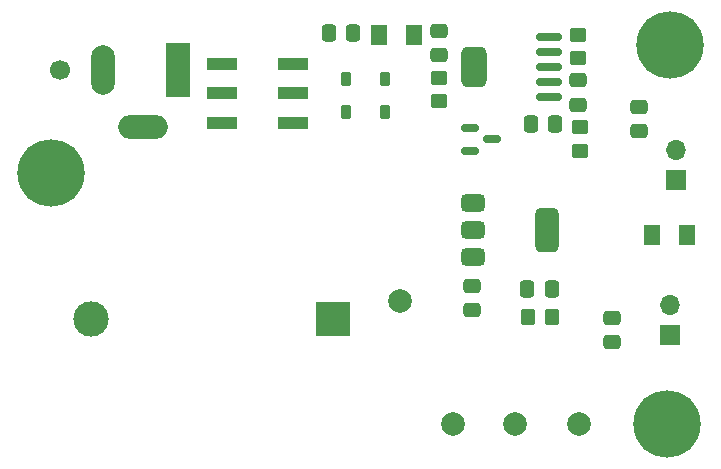
<source format=gbr>
%TF.GenerationSoftware,KiCad,Pcbnew,7.0.11-7.0.11~ubuntu22.04.1*%
%TF.CreationDate,2024-09-07T09:13:54-07:00*%
%TF.ProjectId,battery_pwr_brd_r3,62617474-6572-4795-9f70-77725f627264,rev?*%
%TF.SameCoordinates,Original*%
%TF.FileFunction,Soldermask,Top*%
%TF.FilePolarity,Negative*%
%FSLAX46Y46*%
G04 Gerber Fmt 4.6, Leading zero omitted, Abs format (unit mm)*
G04 Created by KiCad (PCBNEW 7.0.11-7.0.11~ubuntu22.04.1) date 2024-09-07 09:13:54*
%MOMM*%
%LPD*%
G01*
G04 APERTURE LIST*
G04 Aperture macros list*
%AMRoundRect*
0 Rectangle with rounded corners*
0 $1 Rounding radius*
0 $2 $3 $4 $5 $6 $7 $8 $9 X,Y pos of 4 corners*
0 Add a 4 corners polygon primitive as box body*
4,1,4,$2,$3,$4,$5,$6,$7,$8,$9,$2,$3,0*
0 Add four circle primitives for the rounded corners*
1,1,$1+$1,$2,$3*
1,1,$1+$1,$4,$5*
1,1,$1+$1,$6,$7*
1,1,$1+$1,$8,$9*
0 Add four rect primitives between the rounded corners*
20,1,$1+$1,$2,$3,$4,$5,0*
20,1,$1+$1,$4,$5,$6,$7,0*
20,1,$1+$1,$6,$7,$8,$9,0*
20,1,$1+$1,$8,$9,$2,$3,0*%
G04 Aperture macros list end*
%ADD10RoundRect,0.225000X0.225000X0.375000X-0.225000X0.375000X-0.225000X-0.375000X0.225000X-0.375000X0*%
%ADD11RoundRect,0.250001X-0.462499X-0.624999X0.462499X-0.624999X0.462499X0.624999X-0.462499X0.624999X0*%
%ADD12C,2.000000*%
%ADD13RoundRect,0.250000X-0.337500X-0.475000X0.337500X-0.475000X0.337500X0.475000X-0.337500X0.475000X0*%
%ADD14C,1.700000*%
%ADD15R,2.000000X4.600000*%
%ADD16O,2.000000X4.200000*%
%ADD17O,4.200000X2.000000*%
%ADD18R,1.700000X1.700000*%
%ADD19O,1.700000X1.700000*%
%ADD20R,2.500000X1.000000*%
%ADD21RoundRect,0.250000X0.475000X-0.337500X0.475000X0.337500X-0.475000X0.337500X-0.475000X-0.337500X0*%
%ADD22RoundRect,0.150000X-0.587500X-0.150000X0.587500X-0.150000X0.587500X0.150000X-0.587500X0.150000X0*%
%ADD23RoundRect,0.250000X0.450000X-0.350000X0.450000X0.350000X-0.450000X0.350000X-0.450000X-0.350000X0*%
%ADD24C,3.600000*%
%ADD25C,5.700000*%
%ADD26RoundRect,0.250000X-0.450000X0.350000X-0.450000X-0.350000X0.450000X-0.350000X0.450000X0.350000X0*%
%ADD27RoundRect,0.250000X-0.350000X-0.450000X0.350000X-0.450000X0.350000X0.450000X-0.350000X0.450000X0*%
%ADD28RoundRect,0.250001X0.462499X0.624999X-0.462499X0.624999X-0.462499X-0.624999X0.462499X-0.624999X0*%
%ADD29RoundRect,0.250000X-0.475000X0.337500X-0.475000X-0.337500X0.475000X-0.337500X0.475000X0.337500X0*%
%ADD30RoundRect,0.375000X-0.625000X-0.375000X0.625000X-0.375000X0.625000X0.375000X-0.625000X0.375000X0*%
%ADD31RoundRect,0.500000X-0.500000X-1.400000X0.500000X-1.400000X0.500000X1.400000X-0.500000X1.400000X0*%
%ADD32R,3.000000X3.000000*%
%ADD33C,3.000000*%
%ADD34RoundRect,0.150000X0.950000X0.150000X-0.950000X0.150000X-0.950000X-0.150000X0.950000X-0.150000X0*%
%ADD35RoundRect,0.537500X0.537500X1.187500X-0.537500X1.187500X-0.537500X-1.187500X0.537500X-1.187500X0*%
G04 APERTURE END LIST*
D10*
%TO.C,D4*%
X104722100Y-91806300D03*
X101422100Y-91806300D03*
%TD*%
%TO.C,D2*%
X104722100Y-94606300D03*
X101422100Y-94606300D03*
%TD*%
D11*
%TO.C,D1*%
X127334600Y-105006300D03*
X130309600Y-105006300D03*
%TD*%
D12*
%TO.C,GND1*%
X106019600Y-110566200D03*
%TD*%
D13*
%TO.C,C5*%
X116811750Y-109587550D03*
X118886750Y-109587550D03*
%TD*%
D14*
%TO.C,J1*%
X77189300Y-91083100D03*
D15*
X87189300Y-91083100D03*
D16*
X80889300Y-91083100D03*
D17*
X84289300Y-95883100D03*
%TD*%
D18*
%TO.C,J2*%
X129376500Y-100380800D03*
D19*
X129376500Y-97840800D03*
%TD*%
D20*
%TO.C,SW1*%
X90954600Y-95514800D03*
X90954600Y-93014800D03*
X90954600Y-90514800D03*
X96954600Y-95514800D03*
X96954600Y-93014800D03*
X96954600Y-90514800D03*
%TD*%
D21*
%TO.C,C3*%
X121107200Y-93976100D03*
X121107200Y-91901100D03*
%TD*%
%TO.C,C4*%
X112083450Y-111387050D03*
X112083450Y-109312050D03*
%TD*%
D12*
%TO.C,3V3*%
X115747800Y-121031000D03*
%TD*%
D13*
%TO.C,C1*%
X100003700Y-87909400D03*
X102078700Y-87909400D03*
%TD*%
D21*
%TO.C,C8*%
X123952000Y-114092900D03*
X123952000Y-112017900D03*
%TD*%
D22*
%TO.C,Q2*%
X111940100Y-95962300D03*
X111940100Y-97862300D03*
X113815100Y-96912300D03*
%TD*%
D23*
%TO.C,R2*%
X121235500Y-97902300D03*
X121235500Y-95902300D03*
%TD*%
D24*
%TO.C,H3*%
X128649700Y-121029700D03*
D25*
X128649700Y-121029700D03*
%TD*%
D26*
%TO.C,R1*%
X109296200Y-91684600D03*
X109296200Y-93684600D03*
%TD*%
D27*
%TO.C,R3*%
X116850550Y-111976450D03*
X118850550Y-111976450D03*
%TD*%
D28*
%TO.C,FB1*%
X107202300Y-88061800D03*
X104227300Y-88061800D03*
%TD*%
D12*
%TO.C,GND2*%
X121158000Y-121031000D03*
%TD*%
D13*
%TO.C,C6*%
X117072500Y-95656400D03*
X119147500Y-95656400D03*
%TD*%
D29*
%TO.C,C7*%
X126290100Y-94137600D03*
X126290100Y-96212600D03*
%TD*%
D30*
%TO.C,U2*%
X112159250Y-102295850D03*
X112159250Y-104595850D03*
D31*
X118459250Y-104595850D03*
D30*
X112159250Y-106895850D03*
%TD*%
D32*
%TO.C,BT1*%
X100362601Y-112141001D03*
D33*
X79872601Y-112141001D03*
%TD*%
D12*
%TO.C,5V1*%
X110490000Y-121031000D03*
%TD*%
D26*
%TO.C,R4*%
X121083100Y-88053700D03*
X121083100Y-90053700D03*
%TD*%
D18*
%TO.C,J3*%
X128905000Y-113492200D03*
D19*
X128905000Y-110952200D03*
%TD*%
D24*
%TO.C,H1*%
X76454000Y-99796600D03*
D25*
X76454000Y-99796600D03*
%TD*%
D29*
%TO.C,C2*%
X109347000Y-87735500D03*
X109347000Y-89810500D03*
%TD*%
D34*
%TO.C,U1*%
X118605900Y-93345000D03*
X118605900Y-92075000D03*
X118605900Y-90805000D03*
X118605900Y-89535000D03*
X118605900Y-88265000D03*
D35*
X112305900Y-90805000D03*
%TD*%
D24*
%TO.C,H2*%
X128871700Y-88900000D03*
D25*
X128871700Y-88900000D03*
%TD*%
M02*

</source>
